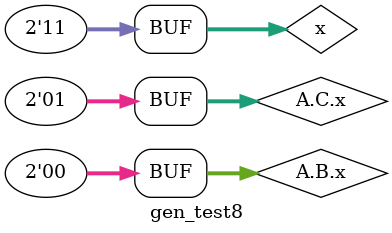
<source format=v>
/* Generated by Yosys 0.62+39 (git sha1 131911291-dirty, g++ 11.4.0-1ubuntu1~22.04.2 -Og -fPIC) */

(* src = "dut.sv:1.1-56.10" *)
(* top =  1  *)
module gen_test8();
  wire [1:0] \A.B.x ;
  wire [1:0] \A.C.x ;
  (* src = "dut.sv:10.13-10.14" *)
  wire [1:0] x;
  assign \A.B.x  = 2'h0;
  assign \A.C.x  = 2'h1;
  assign x = 2'h3;
endmodule

</source>
